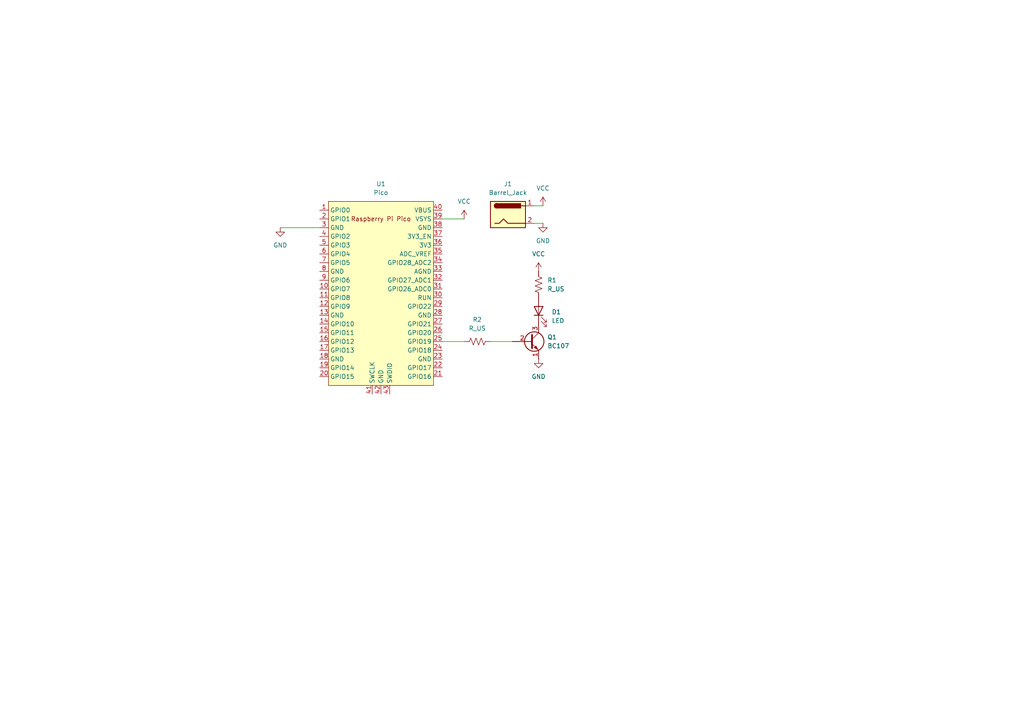
<source format=kicad_sch>
(kicad_sch (version 20231120) (generator "eeschema") (generator_version "8.0")
  (paper "A4")
  (lib_symbols
    (symbol "Connector:Barrel_Jack" (pin_names (offset 1.016))
      (property "Reference" "J" (at 0 5.334 0))
      (property "Value" "Barrel_Jack" (at 0 -5.08 0))
      (symbol "Barrel_Jack_0_1"
        (rectangle (start -5.08 3.81) (end 5.08 -3.81) (stroke (width 0.254)) (fill (type background)))
        (arc (start -3.302 3.175) (mid -3.9343 2.54) (end -3.302 1.905) (stroke (width 0.254)))
        (arc (start -3.302 3.175) (mid -3.9343 2.54) (end -3.302 1.905) (stroke (width 0.254)) (fill (type outline)))
        (polyline (pts (xy 5.08 2.54) (xy 3.81 2.54)) (stroke (width 0.254)))
        (polyline (pts (xy -3.81 -2.54) (xy -2.54 -2.54) (xy -1.27 -1.27) (xy 0 -2.54) (xy 2.54 -2.54) (xy 5.08 -2.54)) (stroke (width 0.254)))
        (rectangle (start 3.683 3.175) (end -3.302 1.905) (stroke (width 0.254)) (fill (type outline)))
      )
      (symbol "Barrel_Jack_1_1"
        (pin passive line (at 7.62 2.54 180) (length 2.54) (name "~") (number "1"))
        (pin passive line (at 7.62 -2.54 180) (length 2.54) (name "~") (number "2"))
      )
    )
    (symbol "Device:LED" (pin_numbers hide) (pin_names (offset 1.016) hide)
      (property "Reference" "D" (at 0 2.54 0))
      (property "Value" "LED" (at 0 -2.54 0))
      (symbol "LED_0_1"
        (polyline (pts (xy -1.27 -1.27) (xy -1.27 1.27)) (stroke (width 0.254)))
        (polyline (pts (xy -1.27 0) (xy 1.27 0)))
        (polyline (pts (xy 1.27 -1.27) (xy 1.27 1.27) (xy -1.27 0) (xy 1.27 -1.27)) (stroke (width 0.254)))
        (polyline (pts (xy -3.048 -0.762) (xy -4.572 -2.286) (xy -3.81 -2.286) (xy -4.572 -2.286) (xy -4.572 -1.524)))
        (polyline (pts (xy -1.778 -0.762) (xy -3.302 -2.286) (xy -2.54 -2.286) (xy -3.302 -2.286) (xy -3.302 -1.524)))
      )
      (symbol "LED_1_1"
        (pin passive line (at -3.81 0 0) (length 2.54) (name "K") (number "1"))
        (pin passive line (at 3.81 0 180) (length 2.54) (name "A") (number "2"))
      )
    )
    (symbol "Device:R_US" (pin_numbers hide) (pin_names (offset 0))
      (property "Reference" "R" (at 2.54 0 90))
      (property "Value" "R_US" (at -2.54 0 90))
      (symbol "R_US_0_1"
        (polyline (pts (xy 0 -2.286) (xy 0 -2.54)))
        (polyline (pts (xy 0 2.286) (xy 0 2.54)))
        (polyline (pts (xy 0 -0.762) (xy 1.016 -1.143) (xy 0 -1.524) (xy -1.016 -1.905) (xy 0 -2.286)))
        (polyline (pts (xy 0 0.762) (xy 1.016 0.381) (xy 0 0) (xy -1.016 -0.381) (xy 0 -0.762)))
        (polyline (pts (xy 0 2.286) (xy 1.016 1.905) (xy 0 1.524) (xy -1.016 1.143) (xy 0 0.762)))
      )
      (symbol "R_US_1_1"
        (pin passive line (at 0 3.81 270) (length 1.27) (name "~") (number "1"))
        (pin passive line (at 0 -3.81 90) (length 1.27) (name "~") (number "2"))
      )
    )
    (symbol "MCU_RaspberryPi_and_Boards:Pico"
      (property "Reference" "U" (at -13.97 27.94 0))
      (property "Value" "Pico" (at 0 19.05 0))
      (symbol "Pico_0_0"
        (text "Raspberry Pi Pico" (at 0 21.59 0) (effects (font (size 1.27 1.27))))
      )
      (symbol "Pico_0_1"
        (rectangle (start -15.24 26.67) (end 15.24 -26.67) (fill (type background)))
      )
      (symbol "Pico_1_1"
        (pin bidirectional line (at -17.78 24.13 0) (length 2.54) (name "GPIO0") (number "1"))
        (pin bidirectional line (at -17.78 1.27 0) (length 2.54) (name "GPIO7") (number "10"))
        (pin bidirectional line (at -17.78 -1.27 0) (length 2.54) (name "GPIO8") (number "11"))
        (pin bidirectional line (at -17.78 -3.81 0) (length 2.54) (name "GPIO9") (number "12"))
        (pin power_in line (at -17.78 -6.35 0) (length 2.54) (name "GND") (number "13"))
        (pin bidirectional line (at -17.78 -8.89 0) (length 2.54) (name "GPIO10") (number "14"))
        (pin bidirectional line (at -17.78 -11.43 0) (length 2.54) (name "GPIO11") (number "15"))
        (pin bidirectional line (at -17.78 -13.97 0) (length 2.54) (name "GPIO12") (number "16"))
        (pin bidirectional line (at -17.78 -16.51 0) (length 2.54) (name "GPIO13") (number "17"))
        (pin power_in line (at -17.78 -19.05 0) (length 2.54) (name "GND") (number "18"))
        (pin bidirectional line (at -17.78 -21.59 0) (length 2.54) (name "GPIO14") (number "19"))
        (pin bidirectional line (at -17.78 21.59 0) (length 2.54) (name "GPIO1") (number "2"))
        (pin bidirectional line (at -17.78 -24.13 0) (length 2.54) (name "GPIO15") (number "20"))
        (pin bidirectional line (at 17.78 -24.13 180) (length 2.54) (name "GPIO16") (number "21"))
        (pin bidirectional line (at 17.78 -21.59 180) (length 2.54) (name "GPIO17") (number "22"))
        (pin power_in line (at 17.78 -19.05 180) (length 2.54) (name "GND") (number "23"))
        (pin bidirectional line (at 17.78 -16.51 180) (length 2.54) (name "GPIO18") (number "24"))
        (pin bidirectional line (at 17.78 -13.97 180) (length 2.54) (name "GPIO19") (number "25"))
        (pin bidirectional line (at 17.78 -11.43 180) (length 2.54) (name "GPIO20") (number "26"))
        (pin bidirectional line (at 17.78 -8.89 180) (length 2.54) (name "GPIO21") (number "27"))
        (pin power_in line (at 17.78 -6.35 180) (length 2.54) (name "GND") (number "28"))
        (pin bidirectional line (at 17.78 -3.81 180) (length 2.54) (name "GPIO22") (number "29"))
        (pin power_in line (at -17.78 19.05 0) (length 2.54) (name "GND") (number "3"))
        (pin input line (at 17.78 -1.27 180) (length 2.54) (name "RUN") (number "30"))
        (pin bidirectional line (at 17.78 1.27 180) (length 2.54) (name "GPIO26_ADC0") (number "31"))
        (pin bidirectional line (at 17.78 3.81 180) (length 2.54) (name "GPIO27_ADC1") (number "32"))
        (pin power_in line (at 17.78 6.35 180) (length 2.54) (name "AGND") (number "33"))
        (pin bidirectional line (at 17.78 8.89 180) (length 2.54) (name "GPIO28_ADC2") (number "34"))
        (pin power_in line (at 17.78 11.43 180) (length 2.54) (name "ADC_VREF") (number "35"))
        (pin power_in line (at 17.78 13.97 180) (length 2.54) (name "3V3") (number "36"))
        (pin input line (at 17.78 16.51 180) (length 2.54) (name "3V3_EN") (number "37"))
        (pin bidirectional line (at 17.78 19.05 180) (length 2.54) (name "GND") (number "38"))
        (pin power_in line (at 17.78 21.59 180) (length 2.54) (name "VSYS") (number "39"))
        (pin bidirectional line (at -17.78 16.51 0) (length 2.54) (name "GPIO2") (number "4"))
        (pin power_in line (at 17.78 24.13 180) (length 2.54) (name "VBUS") (number "40"))
        (pin input line (at -2.54 -29.21 90) (length 2.54) (name "SWCLK") (number "41"))
        (pin power_in line (at 0 -29.21 90) (length 2.54) (name "GND") (number "42"))
        (pin bidirectional line (at 2.54 -29.21 90) (length 2.54) (name "SWDIO") (number "43"))
        (pin bidirectional line (at -17.78 13.97 0) (length 2.54) (name "GPIO3") (number "5"))
        (pin bidirectional line (at -17.78 11.43 0) (length 2.54) (name "GPIO4") (number "6"))
        (pin bidirectional line (at -17.78 8.89 0) (length 2.54) (name "GPIO5") (number "7"))
        (pin power_in line (at -17.78 6.35 0) (length 2.54) (name "GND") (number "8"))
        (pin bidirectional line (at -17.78 3.81 0) (length 2.54) (name "GPIO6") (number "9"))
      )
    )
    (symbol "Transistor_BJT:BC107" (pin_names (offset 0) hide)
      (property "Reference" "Q" (at 5.08 1.905 0))
      (property "Value" "BC107" (at 5.08 0 0))
      (symbol "BC107_0_1"
        (polyline (pts (xy 0.635 0.635) (xy 2.54 2.54)))
        (polyline (pts (xy 0.635 -0.635) (xy 2.54 -2.54) (xy 2.54 -2.54)))
        (polyline (pts (xy 0.635 1.905) (xy 0.635 -1.905) (xy 0.635 -1.905)) (stroke (width 0.508)))
        (polyline (pts (xy 1.27 -1.778) (xy 1.778 -1.27) (xy 2.286 -2.286) (xy 1.27 -1.778) (xy 1.27 -1.778)) (fill (type outline)))
        (circle (center 1.27 0) (radius 2.8194) (stroke (width 0.254)))
      )
      (symbol "BC107_1_1"
        (pin passive line (at 2.54 -5.08 90) (length 2.54) (name "E") (number "1"))
        (pin input line (at -5.08 0 0) (length 5.715) (name "B") (number "2"))
        (pin passive line (at 2.54 5.08 270) (length 2.54) (name "C") (number "3"))
      )
    )
    (symbol "power:GND" (power) (pin_numbers hide) (pin_names (offset 0) hide)
      (property "Value" "GND" (at 0 -3.81 0))
      (symbol "GND_0_1"
        (polyline (pts (xy 0 0) (xy 0 -1.27) (xy 1.27 -1.27) (xy 0 -2.54) (xy -1.27 -1.27) (xy 0 -1.27)))
      )
      (symbol "GND_1_1"
        (pin power_in line (at 0 0 270) (length 0) (name "~") (number "1"))
      )
    )
    (symbol "power:VCC" (power) (pin_numbers hide) (pin_names (offset 0) hide)
      (property "Value" "VCC" (at 0 3.556 0))
      (symbol "VCC_0_1"
        (polyline (pts (xy -0.762 1.27) (xy 0 2.54)))
        (polyline (pts (xy 0 0) (xy 0 2.54)))
        (polyline (pts (xy 0 2.54) (xy 0.762 1.27)))
      )
      (symbol "VCC_1_1"
        (pin power_in line (at 0 0 90) (length 0) (name "~") (number "1"))
      )
    )
  )
  (wire (pts (xy 154.94 64.77) (xy 157.48 64.77)))
  (wire (pts (xy 128.27 99.06) (xy 134.62 99.06)))
  (wire (pts (xy 81.28 66.04) (xy 92.71 66.04)))
  (wire (pts (xy 128.27 63.5) (xy 134.62 63.5)))
  (wire (pts (xy 154.94 59.69) (xy 157.48 59.69)))
  (wire (pts (xy 142.24 99.06) (xy 148.59 99.06)))
  (symbol (lib_id "Connector:Barrel_Jack") (at 147.32 62.23 0) (unit 1)
    (property "Reference" "J1" (at 147.32 53.34 0))
    (property "Value" "Barrel_Jack" (at 147.32 55.88 0))
    (property "Footprint" "Connector_BarrelJack:BarrelJack_SwitchcraftConxall_RAPC10U_Horizontal" (effects (hide yes)))
    (property "Description" "DC Barrel Jack" (effects (hide yes)))
  )
  (symbol (lib_id "Transistor_BJT:BC107") (at 153.67 99.06 0) (unit 1)
    (property "Reference" "Q1" (at 158.75 97.7899 0) (effects (justify left)))
    (property "Value" "BC107" (at 158.75 100.3299 0) (effects (justify left)))
    (property "Footprint" "Package_TO_SOT_THT:TO-18-3" (effects (hide yes)))
    (property "Datasheet" "http://www.b-kainka.de/Daten/Transistor/BC108.pdf" (effects (hide yes)))
    (property "Description" "0.1A Ic, 50V Vce, Low Noise General Purpose NPN Transistor, TO-18" (effects (hide yes)))
  )
  (symbol (lib_id "Device:LED") (at 156.21 90.17 90) (unit 1)
    (property "Reference" "D1" (at 160.02 90.4874 90) (effects (justify right)))
    (property "Value" "LED" (at 160.02 93.0274 90) (effects (justify right)))
    (property "Footprint" "LED_THT:LED_D1.8mm_W1.8mm_H2.4mm_Horizontal_O3.81mm_Z8.2mm" (effects (hide yes)))
    (property "Description" "Light emitting diode" (effects (hide yes)))
  )
  (symbol (lib_id "power:VCC") (at 157.48 59.69 0) (unit 1)
    (property "Reference" "#PWR01" (effects (hide yes)))
    (property "Value" "VCC" (at 157.48 54.61 0))
    (property "Description" "Power symbol creates a global label with name \"VCC\"" (effects (hide yes)))
  )
  (symbol (lib_id "power:VCC") (at 156.21 78.74 0) (unit 1)
    (property "Reference" "#PWR03" (effects (hide yes)))
    (property "Value" "VCC" (at 156.21 73.66 0))
    (property "Description" "Power symbol creates a global label with name \"VCC\"" (effects (hide yes)))
  )
  (symbol (lib_id "power:GND") (at 157.48 64.77 0) (unit 1)
    (property "Reference" "#PWR05" (effects (hide yes)))
    (property "Value" "GND" (at 157.48 69.85 0))
    (property "Description" "Power symbol creates a global label with name \"GND\" , ground" (effects (hide yes)))
  )
  (symbol (lib_id "power:GND") (at 81.28 66.04 0) (unit 1)
    (property "Reference" "#PWR06" (effects (hide yes)))
    (property "Value" "GND" (at 81.28 71.12 0))
    (property "Description" "Power symbol creates a global label with name \"GND\" , ground" (effects (hide yes)))
  )
  (symbol (lib_id "power:GND") (at 156.21 104.14 0) (unit 1)
    (property "Reference" "#PWR04" (effects (hide yes)))
    (property "Value" "GND" (at 156.21 109.22 0))
    (property "Description" "Power symbol creates a global label with name \"GND\" , ground" (effects (hide yes)))
  )
  (symbol (lib_id "Device:R_US") (at 156.21 82.55 0) (unit 1)
    (property "Reference" "R1" (at 158.75 81.2799 0) (effects (justify left)))
    (property "Value" "R_US" (at 158.75 83.8199 0) (effects (justify left)))
    (property "Footprint" "Resistor_THT:R_Axial_DIN0204_L3.6mm_D1.6mm_P7.62mm_Horizontal" (effects (hide yes)))
    (property "Description" "Resistor, US symbol" (effects (hide yes)))
  )
  (symbol (lib_id "MCU_RaspberryPi_and_Boards:Pico") (at 110.49 85.09 0) (unit 1)
    (property "Reference" "U1" (at 110.49 53.34 0))
    (property "Value" "Pico" (at 110.49 55.88 0))
    (property "Footprint" "MCU_RaspberryPi_and_Boards:RPi_Pico_SMD_TH" (effects (hide yes)))
  )
  (symbol (lib_id "power:VCC") (at 134.62 63.5 0) (unit 1)
    (property "Reference" "#PWR02" (effects (hide yes)))
    (property "Value" "VCC" (at 134.62 58.42 0))
    (property "Description" "Power symbol creates a global label with name \"VCC\"" (effects (hide yes)))
  )
  (symbol (lib_id "Device:R_US") (at 138.43 99.06 90) (unit 1)
    (property "Reference" "R2" (at 138.43 92.71 90))
    (property "Value" "R_US" (at 138.43 95.25 90))
    (property "Footprint" "Resistor_THT:R_Axial_DIN0204_L3.6mm_D1.6mm_P7.62mm_Horizontal" (effects (hide yes)))
    (property "Description" "Resistor, US symbol" (effects (hide yes)))
  )
)
</source>
